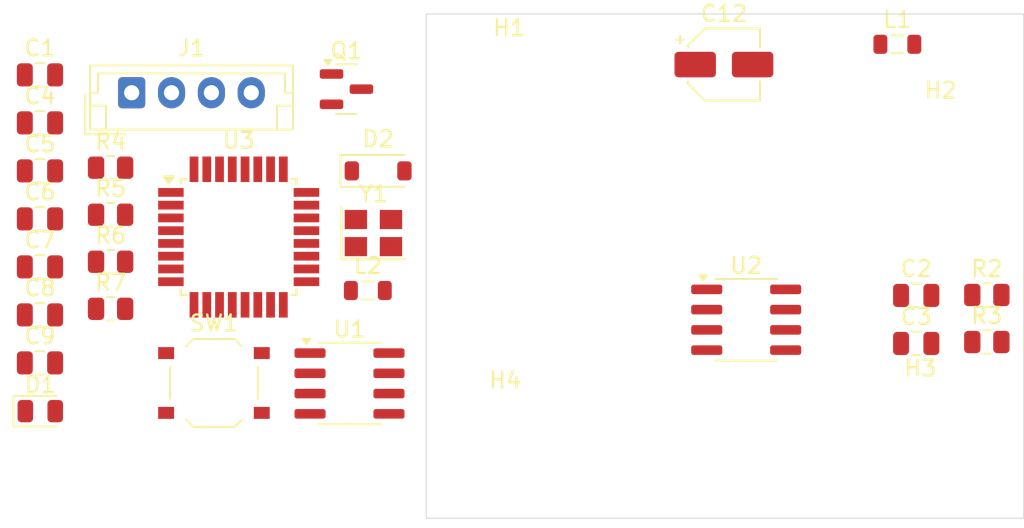
<source format=kicad_pcb>
(kicad_pcb (version 20240108) (generator "pcbnew") (generator_version "8.0")
  (layers (0 "F.Cu" signal) (31 "B.Cu" signal) (34 "B.Paste" user) (35 "F.Paste" user) (36 "B.SilkS" user "B.Silkscreen") (37 "F.SilkS" user "F.Silkscreen") (38 "B.Mask" user) (39 "F.Mask" user) (44 "Edge.Cuts" user))
  (net 0 "")
  (net 1 "+5V")
  (net 2 "GND")
  (net 3 "/VDD3V")
  (net 4 "/SCL")
  (net 5 "/SDA")
  (net 6 "/OUT")
  (net 7 "/DIR")
  (net 8 "/PGO")
  (net 9 "+5VA")
  (net 10 "+5VD")
  (net 11 "/XTAL2")
  (net 12 "/~{RESET}")
  (net 13 "/AREF")
  (net 14 "/XTAL1")
  (net 15 "Net-(D1-A)")
  (net 16 "Net-(D1-K)")
  (net 17 "Net-(J1-Pin_3)")
  (net 18 "Net-(J1-Pin_2)")
  (net 19 "Net-(Q1-B)")
  (net 20 "/LED_IND")
  (net 21 "/~{RE}")
  (net 22 "/RX")
  (net 23 "/TX")
  (net 24 "/DE")
  (footprint "Capacitor_SMD:C_0805_2012Metric" (layer "F.Cu") (at 108.115 92.265)
    (property "Reference" "C5" (at 0 -1.68 0) (layer "F.SilkS"))
    (property "Value" "100nC")
    (fp_line (start -0.261252 -0.735) (end 0.261252 -0.735) (stroke (width 0.12)) (layer "F.SilkS"))
    (fp_line (start -0.261252 0.735) (end 0.261252 0.735) (stroke (width 0.12)) (layer "F.SilkS"))
    (pad "1" smd roundrect (at -0.95 0) (size 1 1.45) (layers "F.Cu" "F.Paste" "F.Mask") (net 9 "+5VA"))
    (pad "2" smd roundrect (at 0.95 0) (size 1 1.45) (layers "F.Cu" "F.Paste" "F.Mask") (net 2 "GND"))
  )
  (footprint "Resistor_SMD:R_0805_2012Metric" (layer "F.Cu") (at 167.4895 102.997)
    (property "Reference" "R3" (at 0 -1.65 0) (layer "F.SilkS"))
    (property "Value" "4k7R")
    (fp_line (start -0.227064 -0.735) (end 0.227064 -0.735) (stroke (width 0.12)) (layer "F.SilkS"))
    (fp_line (start -0.227064 0.735) (end 0.227064 0.735) (stroke (width 0.12)) (layer "F.SilkS"))
    (pad "1" smd roundrect (at -0.9125 0) (size 1.025 1.4) (layers "F.Cu" "F.Paste" "F.Mask") (roundrect_rratio 0.243902) (net 1 "+5V"))
    (pad "2" smd roundrect (at 0.9125 0) (size 1.025 1.4) (layers "F.Cu" "F.Paste" "F.Mask") (roundrect_rratio 0.243902) (net 5 "/SDA"))
  )
  (footprint "LED_SMD:LED_0805_2012Metric" (layer "F.Cu") (at 108.135 107.33)
    (property "Reference" "D1" (at 0 -1.65 0) (layer "F.SilkS"))
    (property "Value" "LED")
    (fp_line (start -1.685 -0.96) (end -1.685 0.96) (stroke (width 0.12)) (layer "F.SilkS"))
    (fp_line (start -1.685 0.96) (end 1 0.96) (stroke (width 0.12)) (layer "F.SilkS"))
    (fp_line (start 1 -0.96) (end -1.685 -0.96) (stroke (width 0.12)) (layer "F.SilkS"))
    (pad "1" smd roundrect (at -0.9375 0) (size 0.975 1.4) (layers "F.Cu" "F.Paste" "F.Mask") (net 16 "Net-(D1-K)"))
    (pad "2" smd roundrect (at 0.9375 0) (size 0.975 1.4) (layers "F.Cu" "F.Paste" "F.Mask") (net 15 "Net-(D1-A)"))
  )
  (footprint "Capacitor_SMD:C_0805_2012Metric" (layer "F.Cu") (at 108.115 98.285)
    (property "Reference" "C7" (at 0 -1.68 0) (layer "F.SilkS"))
    (property "Value" "4n7C")
    (fp_line (start -0.261252 -0.735) (end 0.261252 -0.735) (stroke (width 0.12)) (layer "F.SilkS"))
    (fp_line (start -0.261252 0.735) (end 0.261252 0.735) (stroke (width 0.12)) (layer "F.SilkS"))
    (pad "1" smd roundrect (at -0.95 0) (size 1 1.45) (layers "F.Cu" "F.Paste" "F.Mask") (net 12 "/~{RESET}"))
    (pad "2" smd roundrect (at 0.95 0) (size 1 1.45) (layers "F.Cu" "F.Paste" "F.Mask") (net 2 "GND"))
  )
  (footprint "Package_TO_SOT_SMD:SOT-23" (layer "F.Cu") (at 127.335 87.14)
    (property "Reference" "Q1" (at 0 -2.4 0) (layer "F.SilkS"))
    (property "Value" "BC847")
    (fp_line (start 0 -1.56) (end -0.65 -1.56) (stroke (width 0.12)) (layer "F.SilkS"))
    (fp_line (start 0 -1.56) (end 0.65 -1.56) (stroke (width 0.12)) (layer "F.SilkS"))
    (fp_line (start 0 1.56) (end -0.65 1.56) (stroke (width 0.12)) (layer "F.SilkS"))
    (fp_line (start 0 1.56) (end 0.65 1.56) (stroke (width 0.12)) (layer "F.SilkS"))
    (fp_poly (pts (xy -1.1625 -1.51) (xy -1.4025 -1.84) (xy -0.9225 -1.84) (xy -1.1625 -1.51)) (stroke (width 0.12)) (fill solid) (layer "F.SilkS"))
    (pad "1" smd roundrect (at -0.9375 -0.95) (size 1.475 0.6) (layers "F.Cu" "F.Paste" "F.Mask") (net 19 "Net-(Q1-B)"))
    (pad "2" smd roundrect (at -0.9375 0.95) (size 1.475 0.6) (layers "F.Cu" "F.Paste" "F.Mask") (net 2 "GND"))
    (pad "3" smd roundrect (at 0.9375 0) (size 1.475 0.6) (layers "F.Cu" "F.Paste" "F.Mask") (net 16 "Net-(D1-K)"))
  )
  (footprint "MountingHole:MountingHole_3.2mm_M3" (layer "F.Cu") (at 137.541 87.503)
    (property "Reference" "H1" (at 0 -4.2 0) (layer "F.SilkS"))
    (property "Value" "MountingHole")
    (pad "" np_thru_hole circle (at 0 0) (size 3.2 3.2) (drill 3.2) (layers "*.Cu" "*.Mask"))
  )
  (footprint "Resistor_SMD:R_0805_2012Metric" (layer "F.Cu") (at 112.545 95.015)
    (property "Reference" "R5" (at 0 -1.65 0) (layer "F.SilkS"))
    (property "Value" "1kR")
    (fp_line (start -0.227064 -0.735) (end 0.227064 -0.735) (stroke (width 0.12)) (layer "F.SilkS"))
    (fp_line (start -0.227064 0.735) (end 0.227064 0.735) (stroke (width 0.12)) (layer "F.SilkS"))
    (pad "1" smd roundrect (at -0.9125 0) (size 1.025 1.4) (layers "F.Cu" "F.Paste" "F.Mask") (roundrect_rratio 0.243902) (net 15 "Net-(D1-A)"))
    (pad "2" smd roundrect (at 0.9125 0) (size 1.025 1.4) (layers "F.Cu" "F.Paste" "F.Mask") (roundrect_rratio 0.243902) (net 1 "+5V"))
  )
  (footprint "MountingHole:MountingHole_3.2mm_M3" (layer "F.Cu") (at 164.592 91.415)
    (property "Reference" "H2" (at 0 -4.2 0) (layer "F.SilkS"))
    (property "Value" "MountingHole")
    (pad "" np_thru_hole circle (at 0 0) (size 3.2 3.2) (drill 3.2) (layers "*.Cu" "*.Mask"))
  )
  (footprint "Capacitor_SMD:C_0805_2012Metric" (layer "F.Cu") (at 108.115 86.245)
    (property "Reference" "C1" (at 0 -1.68 0) (layer "F.SilkS"))
    (property "Value" "0.1uC")
    (fp_line (start -0.261252 -0.735) (end 0.261252 -0.735) (stroke (width 0.12)) (layer "F.SilkS"))
    (fp_line (start -0.261252 0.735) (end 0.261252 0.735) (stroke (width 0.12)) (layer "F.SilkS"))
    (pad "1" smd roundrect (at -0.95 0) (size 1 1.45) (layers "F.Cu" "F.Paste" "F.Mask") (net 1 "+5V"))
    (pad "2" smd roundrect (at 0.95 0) (size 1 1.45) (layers "F.Cu" "F.Paste" "F.Mask") (net 2 "GND"))
  )
  (footprint "Package_SO:SOIC-8_3.9x4.9mm_P1.27mm" (layer "F.Cu") (at 152.4 101.6)
    (property "Reference" "U2" (at 0 -3.4 0) (layer "F.SilkS"))
    (property "Value" "AS5600")
    (fp_line (start 0 -2.56) (end -1.95 -2.56) (stroke (width 0.12)) (layer "F.SilkS"))
    (fp_line (start 0 -2.56) (end 1.95 -2.56) (stroke (width 0.12)) (layer "F.SilkS"))
    (fp_line (start 0 2.56) (end -1.95 2.56) (stroke (width 0.12)) (layer "F.SilkS"))
    (fp_line (start 0 2.56) (end 1.95 2.56) (stroke (width 0.12)) (layer "F.SilkS"))
    (fp_poly (pts (xy -2.7 -2.465) (xy -2.94 -2.795) (xy -2.46 -2.795) (xy -2.7 -2.465)) (stroke (width 0.12)) (fill solid) (layer "F.SilkS"))
    (pad "1" smd roundrect (at -2.475 -1.905) (size 1.95 0.6) (layers "F.Cu" "F.Paste" "F.Mask") (net 1 "+5V"))
    (pad "2" smd roundrect (at -2.475 -0.635) (size 1.95 0.6) (layers "F.Cu" "F.Paste" "F.Mask") (net 3 "/VDD3V"))
    (pad "3" smd roundrect (at -2.475 0.635) (size 1.95 0.6) (layers "F.Cu" "F.Paste" "F.Mask") (net 6 "/OUT"))
    (pad "4" smd roundrect (at -2.475 1.905) (size 1.95 0.6) (layers "F.Cu" "F.Paste" "F.Mask") (net 2 "GND"))
    (pad "5" smd roundrect (at 2.475 1.905) (size 1.95 0.6) (layers "F.Cu" "F.Paste" "F.Mask") (net 8 "/PGO"))
    (pad "6" smd roundrect (at 2.475 0.635) (size 1.95 0.6) (layers "F.Cu" "F.Paste" "F.Mask") (net 5 "/SDA"))
    (pad "7" smd roundrect (at 2.475 -0.635) (size 1.95 0.6) (layers "F.Cu" "F.Paste" "F.Mask") (net 4 "/SCL"))
    (pad "8" smd roundrect (at 2.475 -1.905) (size 1.95 0.6) (layers "F.Cu" "F.Paste" "F.Mask") (net 7 "/DIR"))
  )
  (footprint "Package_SO:SOIC-8_3.9x4.9mm_P1.27mm" (layer "F.Cu") (at 127.525 105.595)
    (property "Reference" "U1" (at 0 -3.4 0) (layer "F.SilkS"))
    (property "Value" "ST485E")
    (fp_line (start 0 -2.56) (end -1.95 -2.56) (stroke (width 0.12)) (layer "F.SilkS"))
    (fp_line (start 0 -2.56) (end 1.95 -2.56) (stroke (width 0.12)) (layer "F.SilkS"))
    (fp_line (start 0 2.56) (end -1.95 2.56) (stroke (width 0.12)) (layer "F.SilkS"))
    (fp_line (start 0 2.56) (end 1.95 2.56) (stroke (width 0.12)) (layer "F.SilkS"))
    (fp_poly (pts (xy -2.7 -2.465) (xy -2.94 -2.795) (xy -2.46 -2.795) (xy -2.7 -2.465)) (stroke (width 0.12)) (fill solid) (layer "F.SilkS"))
    (pad "1" smd roundrect (at -2.475 -1.905) (size 1.95 0.6) (layers "F.Cu" "F.Paste" "F.Mask") (net 22 "/RX"))
    (pad "2" smd roundrect (at -2.475 -0.635) (size 1.95 0.6) (layers "F.Cu" "F.Paste" "F.Mask") (net 21 "/~{RE}"))
    (pad "3" smd roundrect (at -2.475 0.635) (size 1.95 0.6) (layers "F.Cu" "F.Paste" "F.Mask") (net 24 "/DE"))
    (pad "4" smd roundrect (at -2.475 1.905) (size 1.95 0.6) (layers "F.Cu" "F.Paste" "F.Mask") (net 23 "/TX"))
    (pad "5" smd roundrect (at 2.475 1.905) (size 1.95 0.6) (layers "F.Cu" "F.Paste" "F.Mask") (net 2 "GND"))
    (pad "6" smd roundrect (at 2.475 0.635) (size 1.95 0.6) (layers "F.Cu" "F.Paste" "F.Mask") (net 18 "Net-(J1-Pin_2)"))
    (pad "7" smd roundrect (at 2.475 -0.635) (size 1.95 0.6) (layers "F.Cu" "F.Paste" "F.Mask") (net 17 "Net-(J1-Pin_3)"))
    (pad "8" smd roundrect (at 2.475 -1.905) (size 1.95 0.6) (layers "F.Cu" "F.Paste" "F.Mask") (net 1 "+5V"))
  )
  (footprint "Connector_JST:JST_EH_B4B-EH-A_1x04_P2.50mm_Vertical" (layer "F.Cu") (at 113.865 87.365)
    (property "Reference" "J1" (at 3.75 -2.8 0) (layer "F.SilkS"))
    (property "Value" "Conn_01x04")
    (fp_line (start -2.91 0.11) (end -2.91 2.61) (stroke (width 0.12)) (layer "F.SilkS"))
    (fp_line (start -2.91 2.61) (end -0.41 2.61) (stroke (width 0.12)) (layer "F.SilkS"))
    (fp_line (start -2.61 -1.71) (end -2.61 2.31) (stroke (width 0.12)) (layer "F.SilkS"))
    (fp_line (start -2.61 0) (end -2.11 0) (stroke (width 0.12)) (layer "F.SilkS"))
    (fp_line (start -2.61 0.81) (end -1.61 0.81) (stroke (width 0.12)) (layer "F.SilkS"))
    (fp_line (start -2.61 2.31) (end 10.11 2.31) (stroke (width 0.12)) (layer "F.SilkS"))
    (fp_line (start -2.11 -1.21) (end 9.61 -1.21) (stroke (width 0.12)) (layer "F.SilkS"))
    (fp_line (start -2.11 0) (end -2.11 -1.21) (stroke (width 0.12)) (layer "F.SilkS"))
    (fp_line (start -1.61 0.81) (end -1.61 2.31) (stroke (width 0.12)) (layer "F.SilkS"))
    (fp_line (start 9.11 0.81) (end 9.11 2.31) (stroke (width 0.12)) (layer "F.SilkS"))
    (fp_line (start 9.61 -1.21) (end 9.61 0) (stroke (width 0.12)) (layer "F.SilkS"))
    (fp_line (start 9.61 0) (end 10.11 0) (stroke (width 0.12)) (layer "F.SilkS"))
    (fp_line (start 10.11 -1.71) (end -2.61 -1.71) (stroke (width 0.12)) (layer "F.SilkS"))
    (fp_line (start 10.11 0.81) (end 9.11 0.81) (stroke (width 0.12)) (layer "F.SilkS"))
    (fp_line (start 10.11 2.31) (end 10.11 -1.71) (stroke (width 0.12)) (layer "F.SilkS"))
    (pad "1" thru_hole roundrect (at 0 0) (size 1.7 1.95) (drill 0.95) (layers "*.Cu" "*.Mask") (roundrect_rratio 0.147059) (net 1 "+5V"))
    (pad "2" thru_hole oval (at 2.5 0) (size 1.7 1.95) (drill 0.95) (layers "*.Cu" "*.Mask") (net 18 "Net-(J1-Pin_2)"))
    (pad "3" thru_hole oval (at 5 0) (size 1.7 1.95) (drill 0.95) (layers "*.Cu" "*.Mask") (net 17 "Net-(J1-Pin_3)"))
    (pad "4" thru_hole oval (at 7.5 0) (size 1.7 1.95) (drill 0.95) (layers "*.Cu" "*.Mask") (net 2 "GND"))
  )
  (footprint "Capacitor_SMD:C_0805_2012Metric" (layer "F.Cu") (at 108.115 104.305)
    (property "Reference" "C9" (at 0 -1.68 0) (layer "F.SilkS"))
    (property "Value" "13pC")
    (fp_line (start -0.261252 -0.735) (end 0.261252 -0.735) (stroke (width 0.12)) (layer "F.SilkS"))
    (fp_line (start -0.261252 0.735) (end 0.261252 0.735) (stroke (width 0.12)) (layer "F.SilkS"))
    (pad "1" smd roundrect (at -0.95 0) (size 1 1.45) (layers "F.Cu" "F.Paste" "F.Mask") (net 14 "/XTAL1"))
    (pad "2" smd roundrect (at 0.95 0) (size 1 1.45) (layers "F.Cu" "F.Paste" "F.Mask") (net 2 "GND"))
  )
  (footprint "Diode_SMD:D_SOD-123" (layer "F.Cu") (at 129.32 92.265)
    (property "Reference" "D2" (at 0 -2 0) (layer "F.SilkS"))
    (property "Value" "4148")
    (fp_line (start -2.36 -1) (end -2.36 1) (stroke (width 0.12)) (layer "F.SilkS"))
    (fp_line (start -2.36 -1) (end 1.65 -1) (stroke (width 0.12)) (layer "F.SilkS"))
    (fp_line (start -2.36 1) (end 1.65 1) (stroke (width 0.12)) (layer "F.SilkS"))
    (pad "1" smd roundrect (at -1.65 0) (size 0.9 1.2) (layers "F.Cu" "F.Paste" "F.Mask") (net 1 "+5V"))
    (pad "2" smd roundrect (at 1.65 0) (size 0.9 1.2) (layers "F.Cu" "F.Paste" "F.Mask") (net 12 "/~{RESET}"))
  )
  (footprint "Resistor_SMD:R_0805_2012Metric" (layer "F.Cu") (at 112.545 100.915)
    (property "Reference" "R7" (at 0 -1.65 0) (layer "F.SilkS"))
    (property "Value" "10kR")
    (fp_line (start -0.227064 -0.735) (end 0.227064 -0.735) (stroke (width 0.12)) (layer "F.SilkS"))
    (fp_line (start -0.227064 0.735) (end 0.227064 0.735) (stroke (width 0.12)) (layer "F.SilkS"))
    (pad "1" smd roundrect (at -0.9125 0) (size 1.025 1.4) (layers "F.Cu" "F.Paste" "F.Mask") (roundrect_rratio 0.243902) (net 19 "Net-(Q1-B)"))
    (pad "2" smd roundrect (at 0.9125 0) (size 1.025 1.4) (layers "F.Cu" "F.Paste" "F.Mask") (roundrect_rratio 0.243902) (net 20 "/LED_IND"))
  )
  (footprint "Capacitor_SMD:CP_Elec_4x5.4" (layer "F.Cu") (at 151.003 85.598)
    (property "Reference" "C12" (at 0 -3.2 0) (layer "F.SilkS"))
    (property "Value" "10uC")
    (fp_line (start -3 -1.56) (end -2.5 -1.56) (stroke (width 0.12)) (layer "F.SilkS"))
    (fp_line (start -2.75 -1.81) (end -2.75 -1.31) (stroke (width 0.12)) (layer "F.SilkS"))
    (fp_line (start -2.26 -1.195563) (end -2.26 -1.06) (stroke (width 0.12)) (layer "F.SilkS"))
    (fp_line (start -2.26 -1.195563) (end -1.195563 -2.26) (stroke (width 0.12)) (layer "F.SilkS"))
    (fp_line (start -2.26 1.195563) (end -2.26 1.06) (stroke (width 0.12)) (layer "F.SilkS"))
    (fp_line (start -2.26 1.195563) (end -1.195563 2.26) (stroke (width 0.12)) (layer "F.SilkS"))
    (fp_line (start -1.195563 -2.26) (end 2.26 -2.26) (stroke (width 0.12)) (layer "F.SilkS"))
    (fp_line (start -1.195563 2.26) (end 2.26 2.26) (stroke (width 0.12)) (layer "F.SilkS"))
    (fp_line (start 2.26 -2.26) (end 2.26 -1.06) (stroke (width 0.12)) (layer "F.SilkS"))
    (fp_line (start 2.26 2.26) (end 2.26 1.06) (stroke (width 0.12)) (layer "F.SilkS"))
    (pad "1" smd roundrect (at -1.8 0) (size 2.6 1.6) (layers "F.Cu" "F.Paste" "F.Mask") (roundrect_rratio 0.15625) (net 1 "+5V"))
    (pad "2" smd roundrect (at 1.8 0) (size 2.6 1.6) (layers "F.Cu" "F.Paste" "F.Mask") (roundrect_rratio 0.15625) (net 2 "GND"))
  )
  (footprint "Capacitor_SMD:C_0805_2012Metric" (layer "F.Cu") (at 163.0595 100.077)
    (property "Reference" "C2" (at 0 -1.68 0) (layer "F.SilkS"))
    (property "Value" "1uC")
    (fp_line (start -0.261252 -0.735) (end 0.261252 -0.735) (stroke (width 0.12)) (layer "F.SilkS"))
    (fp_line (start -0.261252 0.735) (end 0.261252 0.735) (stroke (width 0.12)) (layer "F.SilkS"))
    (pad "1" smd roundrect (at -0.95 0) (size 1 1.45) (layers "F.Cu" "F.Paste" "F.Mask") (net 3 "/VDD3V"))
    (pad "2" smd roundrect (at 0.95 0) (size 1 1.45) (layers "F.Cu" "F.Paste" "F.Mask") (net 2 "GND"))
  )
  (footprint "MountingHole:MountingHole_3.2mm_M3" (layer "F.Cu") (at 137.287 109.601)
    (property "Reference" "H4" (at 0 -4.2 0) (layer "F.SilkS"))
    (property "Value" "MountingHole")
    (pad "" np_thru_hole circle (at 0 0) (size 3.2 3.2) (drill 3.2) (layers "*.Cu" "*.Mask"))
  )
  (footprint "Capacitor_SMD:C_0805_2012Metric" (layer "F.Cu") (at 108.115 95.275)
    (property "Reference" "C6" (at 0 -1.68 0) (layer "F.SilkS"))
    (property "Value" "13pC")
    (fp_line (start -0.261252 -0.735) (end 0.261252 -0.735) (stroke (width 0.12)) (layer "F.SilkS"))
    (fp_line (start -0.261252 0.735) (end 0.261252 0.735) (stroke (width 0.12)) (layer "F.SilkS"))
    (pad "1" smd roundrect (at -0.95 0) (size 1 1.45) (layers "F.Cu" "F.Paste" "F.Mask") (net 11 "/XTAL2"))
    (pad "2" smd roundrect (at 0.95 0) (size 1 1.45) (layers "F.Cu" "F.Paste" "F.Mask") (net 2 "GND"))
  )
  (footprint "Package_QFP:TQFP-32_7x7mm_P0.8mm" (layer "F.Cu") (at 120.575 96.415)
    (property "Reference" "U3" (at 0 -6.05 0) (layer "F.SilkS"))
    (property "Value" "ATmega328PB-A")
    (fp_line (start -3.625 -3.625) (end -3.625 -3.4) (stroke (width 0.15)) (layer "F.SilkS"))
    (fp_line (start -3.625 -3.625) (end -3.3 -3.625) (stroke (width 0.15)) (layer "F.SilkS"))
    (fp_line (start -3.625 3.625) (end -3.625 3.3) (stroke (width 0.15)) (layer "F.SilkS"))
    (fp_line (start -3.625 3.625) (end -3.3 3.625) (stroke (width 0.15)) (layer "F.SilkS"))
    (fp_line (start 3.625 -3.625) (end 3.3 -3.625) (stroke (width 0.15)) (layer "F.SilkS"))
    (fp_line (start 3.625 -3.625) (end 3.625 -3.3) (stroke (width 0.15)) (layer "F.SilkS"))
    (fp_line (start 3.625 3.625) (end 3.3 3.625) (stroke (width 0.15)) (layer "F.SilkS"))
    (fp_line (start 3.625 3.625) (end 3.625 3.3) (stroke (width 0.15)) (layer "F.SilkS"))
    (fp_poly (pts (xy -4.39 -3.34) (xy -4.73 -3.81) (xy -4.05 -3.81) (xy -4.39 -3.34)) (stroke (width 0.12)) (fill solid) (layer "F.SilkS"))
    (pad "1" smd rect (at -4.25 -2.8) (size 1.6 0.55) (layers "F.Cu" "F.Paste" "F.Mask") (net 24 "/DE"))
    (pad "2" smd rect (at -4.25 -2) (size 1.6 0.55) (layers "F.Cu" "F.Paste" "F.Mask"))
    (pad "3" smd rect (at -4.25 -1.2) (size 1.6 0.55) (layers "F.Cu" "F.Paste" "F.Mask") (net 20 "/LED_IND"))
    (pad "4" smd rect (at -4.25 -0.4) (size 1.6 0.55) (layers "F.Cu" "F.Paste" "F.Mask") (net 10 "+5VD"))
    (pad "5" smd rect (at -4.25 0.4) (size 1.6 0.55) (layers "F.Cu" "F.Paste" "F.Mask") (net 2 "GND"))
    (pad "6" smd rect (at -4.25 1.2) (size 1.6 0.55) (layers "F.Cu" "F.Paste" "F.Mask"))
    (pad "7" smd rect (at -4.25 2) (size 1.6 0.55) (layers "F.Cu" "F.Paste" "F.Mask") (net 14 "/XTAL1"))
    (pad "8" smd rect (at -4.25 2.8) (size 1.6 0.55) (layers "F.Cu" "F.Paste" "F.Mask") (net 11 "/XTAL2"))
    (pad "9" smd rect (at -2.8 4.25 90) (size 1.6 0.55) (layers "F.Cu" "F.Paste" "F.Mask"))
    (pad "10" smd rect (at -2 4.25 90) (size 1.6 0.55) (layers "F.Cu" "F.Paste" "F.Mask"))
    (pad "11" smd rect (at -1.2 4.25 90) (size 1.6 0.55) (layers "F.Cu" "F.Paste" "F.Mask"))
    (pad "12" smd rect (at -0.4 4.25 90) (size 1.6 0.55) (layers "F.Cu" "F.Paste" "F.Mask"))
    (pad "13" smd rect (at 0.4 4.25 90) (size 1.6 0.55) (layers "F.Cu" "F.Paste" "F.Mask"))
    (pad "14" smd rect (at 1.2 4.25 90) (size 1.6 0.55) (layers "F.Cu" "F.Paste" "F.Mask"))
    (pad "15" smd rect (at 2 4.25 90) (size 1.6 0.55) (layers "F.Cu" "F.Paste" "F.Mask"))
    (pad "16" smd rect (at 2.8 4.25 90) (size 1.6 0.55) (layers "F.Cu" "F.Paste" "F.Mask"))
    (pad "17" smd rect (at 4.25 2.8) (size 1.6 0.55) (layers "F.Cu" "F.Paste" "F.Mask"))
    (pad "18" smd rect (at 4.25 2) (size 1.6 0.55) (layers "F.Cu" "F.Paste" "F.Mask") (net 9 "+5VA"))
    (pad "19" smd rect (at 4.25 1.2) (size 1.6 0.55) (layers "F.Cu" "F.Paste" "F.Mask"))
    (pad "20" smd rect (at 4.25 0.4) (size 1.6 0.55) (layers "F.Cu" "F.Paste" "F.Mask") (net 13 "/AREF"))
    (pad "21" smd rect (at 4.25 -0.4) (size 1.6 0.55) (layers "F.Cu" "F.Paste" "F.Mask") (net 2 "GND"))
    (pad "22" smd rect (at 4.25 -1.2) (size 1.6 0.55) (layers "F.Cu" "F.Paste" "F.Mask"))
    (pad "23" smd rect (at 4.25 -2) (size 1.6 0.55) (layers "F.Cu" "F.Paste" "F.Mask") (net 6 "/OUT"))
    (pad "24" smd rect (at 4.25 -2.8) (size 1.6 0.55) (layers "F.Cu" "F.Paste" "F.Mask"))
    (pad "25" smd rect (at 2.8 -4.25 90) (size 1.6 0.55) (layers "F.Cu" "F.Paste" "F.Mask") (net 8 "/PGO"))
    (pad "26" smd rect (at 2 -4.25 90) (size 1.6 0.55) (layers "F.Cu" "F.Paste" "F.Mask") (net 7 "/DIR"))
    (pad "27" smd rect (at 1.2 -4.25 90) (size 1.6 0.55) (layers "F.Cu" "F.Paste" "F.Mask") (net 5 "/SDA"))
    (pad "28" smd rect (at 0.4 -4.25 90) (size 1.6 0.55) (layers "F.Cu" "F.Paste" "F.Mask") (net 4 "/SCL"))
    (pad "29" smd rect (at -0.4 -4.25 90) (size 1.6 0.55) (layers "F.Cu" "F.Paste" "F.Mask") (net 12 "/~{RESET}"))
    (pad "30" smd rect (at -1.2 -4.25 90) (size 1.6 0.55) (layers "F.Cu" "F.Paste" "F.Mask") (net 22 "/RX"))
    (pad "31" smd rect (at -2 -4.25 90) (size 1.6 0.55) (layers "F.Cu" "F.Paste" "F.Mask") (net 23 "/TX"))
    (pad "32" smd rect (at -2.8 -4.25 90) (size 1.6 0.55) (layers "F.Cu" "F.Paste" "F.Mask") (net 21 "/~{RE}"))
  )
  (footprint "MountingHole:MountingHole_3.2mm_M3" (layer "F.Cu") (at 163.322 108.839)
    (property "Reference" "H3" (at 0 -4.2 0) (layer "F.SilkS"))
    (property "Value" "MountingHole")
    (pad "" np_thru_hole circle (at 0 0) (size 3.2 3.2) (drill 3.2) (layers "*.Cu" "*.Mask"))
  )
  (footprint "Resistor_SMD:R_0805_2012Metric" (layer "F.Cu") (at 167.4895 100.047)
    (property "Reference" "R2" (at 0 -1.65 0) (layer "F.SilkS"))
    (property "Value" "4k7R")
    (fp_line (start -0.227064 -0.735) (end 0.227064 -0.735) (stroke (width 0.12)) (layer "F.SilkS"))
    (fp_line (start -0.227064 0.735) (end 0.227064 0.735) (stroke (width 0.12)) (layer "F.SilkS"))
    (pad "1" smd roundrect (at -0.9125 0) (size 1.025 1.4) (layers "F.Cu" "F.Paste" "F.Mask") (roundrect_rratio 0.243902) (net 1 "+5V"))
    (pad "2" smd roundrect (at 0.9125 0) (size 1.025 1.4) (layers "F.Cu" "F.Paste" "F.Mask") (roundrect_rratio 0.243902) (net 4 "/SCL"))
  )
  (footprint "Inductor_SMD:L_0805_2012Metric" (layer "F.Cu") (at 128.675 99.765)
    (property "Reference" "L2" (at 0 -1.55 0) (layer "F.SilkS"))
    (property "Value" "10uL")
    (fp_line (start -0.399622 -0.56) (end 0.399622 -0.56) (stroke (width 0.12)) (layer "F.SilkS"))
    (fp_line (start -0.399622 0.56) (end 0.399622 0.56) (stroke (width 0.12)) (layer "F.SilkS"))
    (pad "1" smd roundrect (at -1.0625 0) (size 0.875 1.2) (layers "F.Cu" "F.Paste" "F.Mask") (net 1 "+5V"))
    (pad "2" smd roundrect (at 1.0625 0) (size 0.875 1.2) (layers "F.Cu" "F.Paste" "F.Mask") (net 9 "+5VA"))
  )
  (footprint "Capacitor_SMD:C_0805_2012Metric" (layer "F.Cu") (at 163.0595 103.087)
    (property "Reference" "C3" (at 0 -1.68 0) (layer "F.SilkS"))
    (property "Value" "0.1uC")
    (fp_line (start -0.261252 -0.735) (end 0.261252 -0.735) (stroke (width 0.12)) (layer "F.SilkS"))
    (fp_line (start -0.261252 0.735) (end 0.261252 0.735) (stroke (width 0.12)) (layer "F.SilkS"))
    (pad "1" smd roundrect (at -0.95 0) (size 1 1.45) (layers "F.Cu" "F.Paste" "F.Mask") (net 1 "+5V"))
    (pad "2" smd roundrect (at 0.95 0) (size 1 1.45) (layers "F.Cu" "F.Paste" "F.Mask") (net 2 "GND"))
  )
  (footprint "Resistor_SMD:R_0805_2012Metric" (layer "F.Cu") (at 112.545 97.965)
    (property "Reference" "R6" (at 0 -1.65 0) (layer "F.SilkS"))
    (property "Value" "100kR")
    (fp_line (start -0.227064 -0.735) (end 0.227064 -0.735) (stroke (width 0.12)) (layer "F.SilkS"))
    (fp_line (start -0.227064 0.735) (end 0.227064 0.735) (stroke (width 0.12)) (layer "F.SilkS"))
    (pad "1" smd roundrect (at -0.9125 0) (size 1.025 1.4) (layers "F.Cu" "F.Paste" "F.Mask") (roundrect_rratio 0.243902) (net 11 "/XTAL2"))
    (pad "2" smd roundrect (at 0.9125 0) (size 1.025 1.4) (layers "F.Cu" "F.Paste" "F.Mask") (roundrect_rratio 0.243902) (net 14 "/XTAL1"))
  )
  (footprint "Crystal:Crystal_SMD_3225-4Pin_3.2x2.5mm" (layer "F.Cu") (at 129.025 96.165)
    (property "Reference" "Y1" (at 0 -2.45 0) (layer "F.SilkS"))
    (property "Value" "16MHz")
    (fp_line (start -2 -1.65) (end -2 1.65) (stroke (width 0.12)) (layer "F.SilkS"))
    (fp_line (start -2 1.65) (end 2 1.65) (stroke (width 0.12)) (layer "F.SilkS"))
    (pad "1" smd rect (at -1.1 0.85) (size 1.4 1.2) (layers "F.Cu" "F.Paste" "F.Mask") (net 11 "/XTAL2"))
    (pad "2" smd rect (at 1.1 0.85) (size 1.4 1.2) (layers "F.Cu" "F.Paste" "F.Mask") (net 2 "GND"))
    (pad "3" smd rect (at 1.1 -0.85) (size 1.4 1.2) (layers "F.Cu" "F.Paste" "F.Mask") (net 14 "/XTAL1"))
    (pad "4" smd rect (at -1.1 -0.85) (size 1.4 1.2) (layers "F.Cu" "F.Paste" "F.Mask") (net 2 "GND"))
  )
  (footprint "Button_Switch_SMD:SW_Push_1P1T_XKB_TS-1187A" (layer "F.Cu") (at 119.025 105.565)
    (property "Reference" "SW1" (at 0 -3.75 0) (layer "F.SilkS"))
    (property "Value" "SW_Push")
    (fp_line (start -2.75 -1) (end -2.75 1) (stroke (width 0.12)) (layer "F.SilkS"))
    (fp_line (start -1.75 -2.3) (end -1.3 -2.75) (stroke (width 0.12)) (layer "F.SilkS"))
    (fp_line (start -1.75 2.3) (end -1.3 2.75) (stroke (width 0.12)) (layer "F.SilkS"))
    (fp_line (start -1.3 -2.75) (end 1.3 -2.75) (stroke (width 0.12)) (layer "F.SilkS"))
    (fp_line (start -1.3 2.75) (end 1.3 2.75) (stroke (width 0.12)) (layer "F.SilkS"))
    (fp_line (start 1.75 -2.3) (end 1.3 -2.75) (stroke (width 0.12)) (layer "F.SilkS"))
    (fp_line (start 1.75 2.3) (end 1.3 2.75) (stroke (width 0.12)) (layer "F.SilkS"))
    (fp_line (start 2.75 -1) (end 2.75 1) (stroke (width 0.12)) (layer "F.SilkS"))
    (pad "1" smd rect (at -3 -1.875) (size 1 0.75) (layers "F.Cu" "F.Paste" "F.Mask") (net 2 "GND"))
    (pad "1" smd rect (at 3 -1.875) (size 1 0.75) (layers "F.Cu" "F.Paste" "F.Mask") (net 2 "GND"))
    (pad "2" smd rect (at -3 1.875) (size 1 0.75) (layers "F.Cu" "F.Paste" "F.Mask") (net 12 "/~{RESET}"))
    (pad "2" smd rect (at 3 1.875) (size 1 0.75) (layers "F.Cu" "F.Paste" "F.Mask") (net 12 "/~{RESET}"))
  )
  (footprint "Resistor_SMD:R_0805_2012Metric" (layer "F.Cu") (at 112.545 92.065)
    (property "Reference" "R4" (at 0 -1.65 0) (layer "F.SilkS"))
    (property "Value" "10kR")
    (fp_line (start -0.227064 -0.735) (end 0.227064 -0.735) (stroke (width 0.12)) (layer "F.SilkS"))
    (fp_line (start -0.227064 0.735) (end 0.227064 0.735) (stroke (width 0.12)) (layer "F.SilkS"))
    (pad "1" smd roundrect (at -0.9125 0) (size 1.025 1.4) (layers "F.Cu" "F.Paste" "F.Mask") (roundrect_rratio 0.243902) (net 1 "+5V"))
    (pad "2" smd roundrect (at 0.9125 0) (size 1.025 1.4) (layers "F.Cu" "F.Paste" "F.Mask") (roundrect_rratio 0.243902) (net 12 "/~{RESET}"))
  )
  (footprint "Inductor_SMD:L_0805_2012Metric" (layer "F.Cu") (at 161.8785 84.328)
    (property "Reference" "L1" (at 0 -1.55 0) (layer "F.SilkS"))
    (property "Value" "10uL")
    (fp_line (start -0.399622 -0.56) (end 0.399622 -0.56) (stroke (width 0.12)) (layer "F.SilkS"))
    (fp_line (start -0.399622 0.56) (end 0.399622 0.56) (stroke (width 0.12)) (layer "F.SilkS"))
    (pad "1" smd roundrect (at -1.0625 0) (size 0.875 1.2) (layers "F.Cu" "F.Paste" "F.Mask") (net 1 "+5V"))
    (pad "2" smd roundrect (at 1.0625 0) (size 0.875 1.2) (layers "F.Cu" "F.Paste" "F.Mask") (net 10 "+5VD"))
  )
  (footprint "Capacitor_SMD:C_0805_2012Metric" (layer "F.Cu") (at 108.115 101.295)
    (property "Reference" "C8" (at 0 -1.68 0) (layer "F.SilkS"))
    (property "Value" "100nC")
    (fp_line (start -0.261252 -0.735) (end 0.261252 -0.735) (stroke (width 0.12)) (layer "F.SilkS"))
    (fp_line (start -0.261252 0.735) (end 0.261252 0.735) (stroke (width 0.12)) (layer "F.SilkS"))
    (pad "1" smd roundrect (at -0.95 0) (size 1 1.45) (layers "F.Cu" "F.Paste" "F.Mask") (net 13 "/AREF"))
    (pad "2" smd roundrect (at 0.95 0) (size 1 1.45) (layers "F.Cu" "F.Paste" "F.Mask") (net 2 "GND"))
  )
  (footprint "Capacitor_SMD:C_0805_2012Metric" (layer "F.Cu") (at 108.115 89.255)
    (property "Reference" "C4" (at 0 -1.68 0) (layer "F.SilkS"))
    (property "Value" "100nC")
    (fp_line (start -0.261252 -0.735) (end 0.261252 -0.735) (stroke (width 0.12)) (layer "F.SilkS"))
    (fp_line (start -0.261252 0.735) (end 0.261252 0.735) (stroke (width 0.12)) (layer "F.SilkS"))
    (pad "1" smd roundrect (at -0.95 0) (size 1 1.45) (layers "F.Cu" "F.Paste" "F.Mask") (net 10 "+5VD"))
    (pad "2" smd roundrect (at 0.95 0) (size 1 1.45) (layers "F.Cu" "F.Paste" "F.Mask") (net 2 "GND"))
  )
  (gr_rect (start 132.334 82.423) (end 169.799 114.046) (stroke (width 0.05)) (fill none) (layer "Edge.Cuts"))
)
</source>
